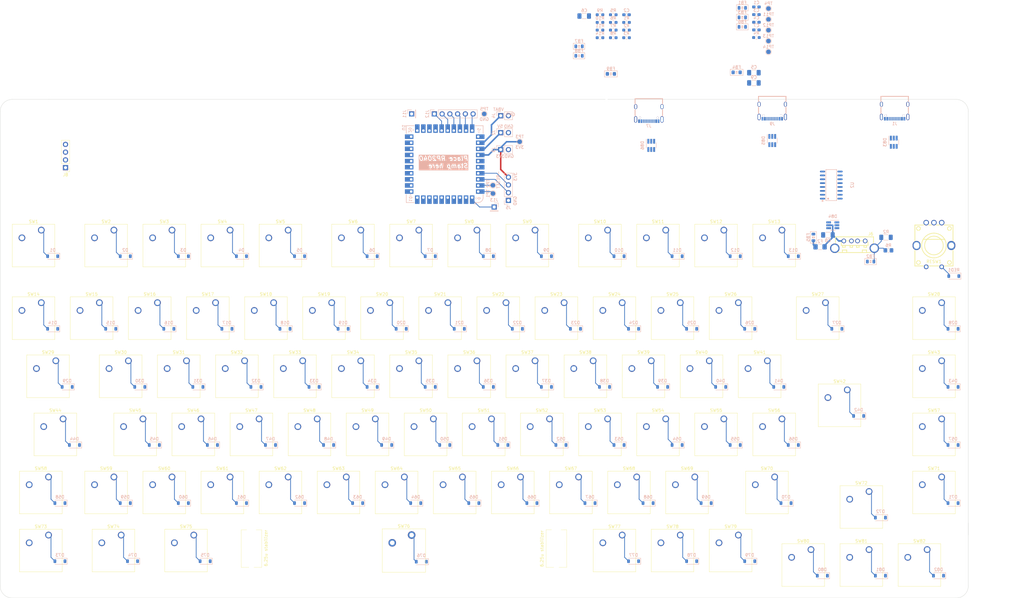
<source format=kicad_pcb>
(kicad_pcb (version 20221018) (generator pcbnew)
  (title_block (title "Quanta Keyboard PCB (RP2040 Stamp)") (date "2023-06-11") (rev "2") (company "0bsilab") (comment 1 "by Lucas Placentino") (comment 2 "Version with RP2040 Stamp microcontroller from Solder Party"))
  (layers (0 "F.Cu" signal) (31 "B.Cu" signal) (34 "B.Paste" user) (35 "F.Paste" user) (36 "B.SilkS" user "B.Silkscreen") (37 "F.SilkS" user "F.Silkscreen") (38 "B.Mask" user) (39 "F.Mask" user) (44 "Edge.Cuts" user))
  (net 0 "")
  (net 1 "Net-(U2-VDD33)")
  (net 2 "VBAT")
  (net 3 "Net-(U2-VDD18)")
  (net 4 "Net-(U2-VDD5)")
  (net 5 "Net-(D85-VP)")
  (net 6 "Net-(D86-VP)")
  (net 7 "Net-(D84-VP)")
  (net 8 "Column1")
  (net 9 "Column2")
  (net 10 "Column3")
  (net 11 "Column4")
  (net 12 "Column5")
  (net 13 "Column6")
  (net 14 "Column7")
  (net 15 "Column8")
  (net 16 "Column9")
  (net 17 "Column10")
  (net 18 "Column11")
  (net 19 "Column12")
  (net 20 "Column13")
  (net 21 "Column14")
  (net 22 "Column15")
  (net 23 "USB_UP_D-")
  (net 24 "USB_UP_D+")
  (net 25 "USB2_D-")
  (net 26 "USB2_D+")
  (net 27 "USB3_D+")
  (net 28 "USB3_D-")
  (net 29 "Net-(U2-DM)")
  (net 30 "Net-(U2-DP)")
  (net 31 "USB4_D-")
  (net 32 "USB4_D+")
  (net 33 "Net-(J6-D+)")
  (net 34 "Net-(F2-Pad2)")
  (net 35 "Net-(J1-CC1)")
  (net 36 "Net-(J1-CC2)")
  (net 37 "+3.3V")
  (net 38 "Net-(J5-Pin_2)")
  (net 39 "Net-(J5-Pin_3)")
  (net 40 "Net-(J9-CC1)")
  (net 41 "Net-(J9-CC2)")
  (net 42 "Net-(J12-Pin_1)")
  (net 43 "Net-(J12-Pin_2)")
  (net 44 "Net-(J12-Pin_3)")
  (net 45 "Net-(J12-Pin_4)")
  (net 46 "Net-(J12-Pin_5)")
  (net 47 "Net-(J12-Pin_6)")
  (net 48 "Net-(J13-Pin_1)")
  (net 49 "Row1")
  (net 50 "Row2")
  (net 51 "Row3")
  (net 52 "Row4")
  (net 53 "Row5")
  (net 54 "Row6")
  (net 55 "REA")
  (net 56 "REB")
  (net 57 "Net-(U1-BOOTSEL)")
  (net 58 "Net-(U1-~{RESET})")
  (net 59 "USB1_D-")
  (net 60 "USB1_D+")
  (net 61 "Net-(J6-D-)")
  (net 62 "Net-(D1-A)")
  (net 63 "Net-(D2-A)")
  (net 64 "Net-(D3-A)")
  (net 65 "Net-(D4-A)")
  (net 66 "Net-(D5-A)")
  (net 67 "Net-(D6-A)")
  (net 68 "Net-(D7-A)")
  (net 69 "Net-(D8-A)")
  (net 70 "Net-(D9-A)")
  (net 71 "Net-(D10-A)")
  (net 72 "Net-(D11-A)")
  (net 73 "Net-(D12-A)")
  (net 74 "Net-(D13-A)")
  (net 75 "Net-(D14-A)")
  (net 76 "Net-(D15-A)")
  (net 77 "Net-(D16-A)")
  (net 78 "Net-(D17-A)")
  (net 79 "Net-(D18-A)")
  (net 80 "Net-(D19-A)")
  (net 81 "Net-(D20-A)")
  (net 82 "Net-(D21-A)")
  (net 83 "Net-(D22-A)")
  (net 84 "Net-(D23-A)")
  (net 85 "Net-(D24-A)")
  (net 86 "Net-(D25-A)")
  (net 87 "Net-(D26-A)")
  (net 88 "Net-(D27-A)")
  (net 89 "Net-(D28-A)")
  (net 90 "Net-(D29-A)")
  (net 91 "Net-(D30-A)")
  (net 92 "Net-(D31-A)")
  (net 93 "Net-(D32-A)")
  (net 94 "Net-(D33-A)")
  (net 95 "Net-(D34-A)")
  (net 96 "Net-(D35-A)")
  (net 97 "Net-(D36-A)")
  (net 98 "Net-(D37-A)")
  (net 99 "Net-(D38-A)")
  (net 100 "Net-(D39-A)")
  (net 101 "Net-(D40-A)")
  (net 102 "Net-(D41-A)")
  (net 103 "Net-(D42-A)")
  (net 104 "Net-(D43-A)")
  (net 105 "Net-(D44-A)")
  (net 106 "Net-(D45-A)")
  (net 107 "Net-(D46-A)")
  (net 108 "Net-(D47-A)")
  (net 109 "Net-(D48-A)")
  (net 110 "Net-(D49-A)")
  (net 111 "Net-(D50-A)")
  (net 112 "Net-(D51-A)")
  (net 113 "Net-(D52-A)")
  (net 114 "Net-(D53-A)")
  (net 115 "Net-(D54-A)")
  (net 116 "Net-(D55-A)")
  (net 117 "Net-(D56-A)")
  (net 118 "Net-(D57-A)")
  (net 119 "Net-(D58-A)")
  (net 120 "Net-(D59-A)")
  (net 121 "Net-(D60-A)")
  (net 122 "Net-(D61-A)")
  (net 123 "Net-(D62-A)")
  (net 124 "Net-(D63-A)")
  (net 125 "Net-(D64-A)")
  (net 126 "Net-(D65-A)")
  (net 127 "Net-(D66-A)")
  (net 128 "Net-(D67-A)")
  (net 129 "Net-(D68-A)")
  (net 130 "Net-(D69-A)")
  (net 131 "Net-(D70-A)")
  (net 132 "Net-(D71-A)")
  (net 133 "Net-(D72-A)")
  (net 134 "Net-(D73-A)")
  (net 135 "Net-(D74-A)")
  (net 136 "Net-(D75-A)")
  (net 137 "Net-(D76-A)")
  (net 138 "Net-(D77-A)")
  (net 139 "Net-(D78-A)")
  (net 140 "Net-(D79-A)")
  (net 141 "Net-(D80-A)")
  (net 142 "Net-(D81-A)")
  (net 143 "Net-(D82-A)")
  (net 144 "Net-(RED1-A)")
  (net 145 "VBUS_UP")
  (net 146 "Net-(D85-L2-Pad3)")
  (net 147 "GND")
  (net 148 "+5V")
  (net 149 "Net-(D85-L1-Pad1)")
  (net 151 "Net-(J1-SHIELD)")
  (net 156 "Net-(J6-Shield)")
  (net 157 "Net-(J9-SHIELD)")
  (net 158 "Net-(D86-L1-Pad1)")
  (net 159 "Net-(D86-L2-Pad3)")
  (net 160 "Net-(J7-SHIELD)")
  (net 161 "Net-(J7-CC1)")
  (net 163 "Net-(J7-CC2)")
  (net 165 "I2C1-SCL")
  (net 166 "I2C1-SDA")
  (net 167 "Net-(R1-Pad1)")
  (net 168 "Net-(R2-Pad2)")
  (net 169 "Net-(R5-Pad2)")
  (net 170 "Net-(R11-Pad1)")
  (net 171 "Net-(R8-Pad2)")
  (net 172 "Net-(R10-Pad2)")
  (footprint "Button_Switch_Keyboard:SW_Cherry_MX_1.00u_PCB" (layer "F.Cu") (at 165.1 150.8125)
    (fp_text reference "SW34")
    (fp_text value "SW_Push")
  )
  (footprint "Button_Switch_Keyboard:SW_Cherry_MX_1.00u_PCB" (layer "F.Cu") (at 255.5875 188.9125)
    (fp_text reference "SW68")
    (fp_text value "SW_Push")
  )
  (footprint "Button_Switch_Keyboard:SW_Cherry_MX_1.00u_PCB" (layer "F.Cu") (at 350.8375 212.725)
    (fp_text reference "SW82")
    (fp_text value "SW_Push")
  )
  (footprint "Button_Switch_Keyboard:SW_Cherry_MX_1.00u_PCB" (layer "F.Cu") (at 355.6 150.8125)
    (fp_text reference "SW43")
    (fp_text value "SW_Push")
  )
  (footprint "Button_Switch_Keyboard:SW_Cherry_MX_1.00u_PCB" (layer "F.Cu") (at 250.825 131.7625)
    (fp_text reference "SW24")
    (fp_text value "SW_Push")
  )
  (footprint "Button_Switch_Keyboard:SW_Cherry_MX_1.00u_PCB" (layer "F.Cu") (at 131.7625 169.8625)
    (fp_text reference "SW47")
    (fp_text value "SW_Push")
  )
  (footprint "Button_Switch_Keyboard:SW_Cherry_MX_1.00u_PCB" (layer "F.Cu") (at 150.8125 169.8625)
    (fp_text reference "SW48")
    (fp_text value "SW_Push")
  )
  (footprint "Button_Switch_Keyboard:SW_Cherry_MX_1.00u_PCB" (layer "F.Cu") (at 141.2875 107.95)
    (fp_text reference "SW5")
    (fp_text value "SW_Push")
  )
  (footprint "Button_Switch_Keyboard:SW_Cherry_MX_2.00u_PCB" (layer "F.Cu") (at 317.5 131.7625)
    (fp_text reference "SW27")
    (fp_text value "SW_Push")
  )
  (footprint "Button_Switch_Keyboard:SW_Cherry_MX_1.00u_PCB" (layer "F.Cu") (at 265.1125 107.95)
    (fp_text reference "SW11")
    (fp_text value "SW_Push")
  )
  (footprint "Button_Switch_Keyboard:SW_Cherry_MX_1.00u_PCB" (layer "F.Cu") (at 84.1375 188.9125)
    (fp_text reference "SW59")
    (fp_text value "SW_Push")
  )
  (footprint "Button_Switch_Keyboard:SW_Cherry_MX_1.00u_PCB" (layer "F.Cu") (at 288.925 131.7625)
    (fp_text reference "SW26")
    (fp_text value "SW_Push")
  )
  (footprint "Button_Switch_Keyboard:SW_Cherry_MX_1.00u_PCB" (layer "F.Cu") (at 250.825 207.9625)
    (fp_text reference "SW77")
    (fp_text value "SW_Push")
  )
  (footprint "Button_Switch_Keyboard:SW_Cherry_MX_1.00u_PCB" (layer "F.Cu") (at 269.875 207.9625)
    (fp_text reference "SW78")
    (fp_text value "SW_Push")
  )
  (footprint "Button_Switch_Keyboard:SW_Cherry_MX_1.00u_PCB" (layer "F.Cu") (at 222.25 150.8125)
    (fp_text reference "SW37")
    (fp_text value "SW_Push")
  )
  (footprint "Connector_PinHeader_2.54mm:PinHeader_1x04_P2.54mm_Vertical" (layer "F.Cu") (at 68.2625 87.47125 180)
    (fp_text reference "J8")
    (fp_text value "Conn_01x04_Socket I2C display")
  )
  (footprint "Button_Switch_Keyboard:SW_Cherry_MX_1.00u_PCB" (layer "F.Cu") (at 174.625 131.7625)
    (fp_text reference "SW20")
    (fp_text value "SW_Push")
  )
  (footprint "Button_Switch_Keyboard:SW_Cherry_MX_1.00u_PCB" (layer "F.Cu") (at 165.1 107.95)
    (fp_text reference "SW6")
    (fp_text value "SW_Push")
  )
  (footprint "Button_Switch_Keyboard:SW_Cherry_MX_1.00u_PCB" (layer "F.Cu") (at 207.9625 169.8625)
    (fp_text reference "SW51")
    (fp_text value "SW_Push")
  )
  (footprint "PEC12R-4120F-S0012:SW-TH_PEC12R-4120F-S0012" (layer "F.Cu") (at 353.06 112.752324 180)
    (fp_text reference "RESW1")
    (fp_text value "RotaryEncoder_Switch")
  )
  (footprint "Button_Switch_Keyboard:SW_Cherry_MX_1.00u_PCB" (layer "F.Cu") (at 122.2375 107.95)
    (fp_text reference "SW4")
    (fp_text value "SW_Push")
  )
  (footprint "Button_Switch_Keyboard:SW_Cherry_MX_1.00u_PCB" (layer "F.Cu") (at 98.425 131.7625)
    (fp_text reference "SW16")
    (fp_text value "SW_Push")
  )
  (footprint "Button_Switch_Keyboard:SW_Cherry_MX_1.00u_PCB" (layer "F.Cu") (at 274.6375 188.9125)
    (fp_text reference "SW69")
    (fp_text value "SW_Push")
  )
  (footprint "Button_Switch_Keyboard:SW_Cherry_MX_1.00u_PCB" (layer "F.Cu") (at 203.2 150.8125)
    (fp_text reference "SW36")
    (fp_text value "SW_Push")
  )
  (footprint "Button_Switch_Keyboard:SW_Cherry_MX_1.00u_PCB" (layer "F.Cu") (at 231.775 131.7625)
    (fp_text reference "SW23")
    (fp_text value "SW_Push")
  )
  (footprint "PCM_Mounting_Keyboard_Stabilizer:Stabilizer_Cherry_MX_6.25u" (layer "F.Cu") (at 179.22875 213.0425 180)
    (fp_text reference "6.25u stabilizer")
    (fp_text value "Stabilizer_Cherry_MX_6.25u")
  )
  (footprint "Button_Switch_Keyboard:SW_Cherry_MX_1.00u_PCB" (layer "F.Cu") (at 184.15 150.8125)
    (fp_text reference "SW35")
    (fp_text value "SW_Push")
  )
  (footprint "Button_Switch_Keyboard:SW_Cherry_MX_1.00u_PCB" (layer "F.Cu") (at 222.25 107.95)
    (fp_text reference "SW9")
    (fp_text value "SW_Push")
  )
  (footprint "Button_Switch_Keyboard:SW_Cherry_MX_1.25u_PCB" (layer "F.Cu") (at 62.70625 207.9625)
    (fp_text reference "SW73")
    (fp_text value "SW_Push")
  )
  (footprint "Button_Switch_Keyboard:SW_Cherry_MX_1.75u_PCB" (layer "F.Cu") (at 67.46875 169.8625)
    (fp_text reference "SW44")
    (fp_text value "SW_Push")
  )
  (footprint "Button_Switch_Keyboard:SW_Cherry_MX_1.00u_PCB" (layer "F.Cu") (at 127 150.8125)
    (fp_text reference "SW32")
    (fp_text value "SW_Push")
  )
  (footprint "Button_Switch_Keyboard:SW_Cherry_MX_1.00u_PCB" (layer "F.Cu") (at 107.95 150.8125)
    (fp_text reference "SW31")
    (fp_text value "SW_Push")
  )
  (footprint "Button_Switch_Keyboard:SW_Cherry_MX_1.00u_PCB" (layer "F.Cu") (at 136.525 131.7625)
    (fp_text reference "SW18")
    (fp_text value "SW_Push")
  )
  (footprint "Button_Switch_Keyboard:SW_Cherry_MX_1.25u_PCB" (layer "F.Cu") (at 86.51875 207.9625)
    (fp_text reference "SW74")
    (fp_text value "SW_Push")
  )
  (footprint "Button_Switch_Keyboard:SW_Cherry_MX_1.00u_PCB" (layer "F.Cu") (at 355.6 169.8625)
    (fp_text reference "SW57")
    (fp_text value "SW_Push")
  )
  (footprint "Button_Switch_Keyboard:SW_Cherry_MX_1.00u_PCB" (layer "F.Cu") (at 103.1875 188.9125)
    (fp_text reference "SW60")
    (fp_text value "SW_Push")
  )
  (footprint "Button_Switch_Keyboard:SW_Cherry_MX_1.75u_PCB" (layer "F.Cu") (at 300.83125 188.9125)
    (fp_text reference "SW70")
    (fp_text value "SW_Push")
  )
  (footprint "Button_Switch_Keyboard:SW_Cherry_MX_1.00u_PCB" (layer "F.Cu") (at 269.875 131.7625)
    (fp_text reference "SW25")
    (fp_text value "SW_Push")
  )
  (footprint "Button_Switch_Keyboard:SW_Cherry_MX_1.00u_PCB" (layer "F.Cu") (at 155.575 131.7625)
    (fp_text reference "SW19")
    (fp_text value "SW_Push")
  )
  (footprint "Button_Switch_Keyboard:SW_Cherry_MX_1.00u_PCB" (layer "F.Cu") (at 355.6 188.9125)
    (fp_text reference "SW71")
    (fp_text value "SW_Push")
  )
  (footprint "Button_Switch_Keyboard:SW_Cherry_MX_1.00u_PCB" (layer "F.Cu") (at 288.925 207.9625)
    (fp_text reference "SW79")
    (fp_text value "SW_Push")
  )
  (footprint "Button_Switch_Keyboard:SW_Cherry_MX_1.00u_PCB" (layer "F.Cu") (at 355.6 131.7625)
    (fp_text reference "SW28")
    (fp_text value "SW_Push")
  )
  (footprint "Button_Switch_Keyboard:SW_Cherry_MX_1.00u_PCB" (layer "F.Cu") (at 60.325 131.7625)
    (fp_text reference "SW14")
    (fp_text value "SW_Push")
  )
  (footprint "Button_Switch_Keyboard:SW_Cherry_MX_1.00u_PCB" (layer "F.Cu") (at 331.7875 193.675)
    (fp_text reference "SW72")
    (fp_text value "SW_Push")
  )
  (footprint "Button_Switch_Keyboard:SW_Cherry_MX_1.00u_PCB" (layer "F.Cu") (at 241.3 150.8125)
    (fp_text reference "SW38")
    (fp_text value "SW_Push")
  )
  (footprint "Button_Switch_Keyboard:SW_Cherry_MX_ISOEnter_PCB" (layer "F.Cu") (at 324.64375 160.3375)
    (fp_text reference "SW42")
    (fp_text value "SW_Push")
  )
  (footprint "Button_Switch_Keyboard:SW_Cherry_MX_1.00u_PCB" (layer "F.Cu") (at 217.4875 188.9125)
    (fp_text reference "SW66")
    (fp_text value "SW_Push")
  )
  (footprint "Button_Switch_Keyboard:SW_Cherry_MX_1.00u_PCB" (layer "F.Cu") (at 260.35 150.8125)
    (fp_text reference "SW39")
    (fp_text value "SW_Push")
  )
  (footprint "Button_Switch_Keyboard:SW_Cherry_MX_1.00u_PCB" (layer "F.Cu") (at 84.1375 107.95)
    (fp_text reference "SW2")
    (fp_text value "SW_Push")
  )
  (footprint "Button_Switch_Keyboard:SW_Cherry_MX_1.00u_PCB" (layer "F.Cu") (at 193.675 131.7625)
    (fp_text reference "SW21")
    (fp_text value "SW_Push")
  )
  (footprint "Button_Switch_Keyboard:SW_Cherry_MX_1.00u_PCB" (layer "F.Cu") (at 236.5375 188.9125)
    (fp_text reference "SW67")
    (fp_text value "SW_Push")
  )
  (footprint "Button_Switch_Keyboard:SW_Cherry_MX_1.00u_PCB" (layer "F.Cu") (at 203.2 107.95)
    (fp_text reference "SW8")
    (fp_text value "SW_Push")
  )
  (footprint "Button_Switch_Keyboard:SW_Cherry_MX_1.00u_PCB" (layer "F.Cu") (at 141.2875 188.9125)
    (fp_text reference "SW62")
    (fp_text value "SW_Push")
  )
  (footprint "Button_Switch_Keyboard:SW_Cherry_MX_1.00u_PCB" (layer "F.Cu") (at 179.3875 188.9125)
    (fp_text reference "SW64")
    (fp_text value "SW_Push")
  )
  (footprint "Button_Switch_Keyboard:SW_Cherry_MX_1.00u_PCB" (layer "F.Cu") (at 246.0625 107.95)
    (fp_text reference "SW10")
    (fp_text value "SW_Push")
  )
  (footprint "Button_Switch_Keyboard:SW_Cherry_MX_1.00u_PCB" (layer "F.Cu") (at 265.1125 169.8625)
    (fp_text reference "SW54")
    (fp_text value "SW_Push")
  )
  (footprint "Button_Switch_Keyboard:SW_Cherry_MX_1.00u_PCB" (layer "F.Cu") (at 103.1875 107.95)
    (fp_text reference "SW3")
    (fp_text value "SW_Push")
  )
  (footprint "Button_Switch_Keyboard:SW_Cherry_MX_1.00u_PCB" (layer "F.Cu") (at 303.2125 107.95)
    (fp_text reference "SW13")
    (fp_text value "SW_Push")
  )
  (footprint "Button_Switch_Keyboard:SW_Cherry_MX_1.00u_PCB" (layer "F.Cu") (at 60.325 107.95)
    (fp_text reference "SW1")
    (fp_text value "SW_Push")
  )
  (footprint "Button_Switch_Keyboard:SW_Cherry_MX_1.00u_PCB" (layer "F.Cu") (at 303.2125 169.8625)
    (fp_text reference "SW56")
    (fp_text value "SW_Push")
  )
  (footprint "Button_Switch_Keyboard:SW_Cherry_MX_1.00u_PCB" (layer "F.Cu") (at 184.15 107.95)
    (fp_text reference "SW7")
    (fp_text value "SW_Push")
  )
  (footprint "Button_Switch_Keyboard:SW_Cherry_MX_1.00u_PCB" (layer "F.Cu") (at 246.0625 169.8625)
    (fp_text reference "SW53")
    (fp_text value "SW_Push")
  )
  (footprint "Button_Switch_Keyboard:SW_Cherry_MX_1.00u_PCB" (layer "F.Cu") (at 112.7125 169.8625)
    (fp_text reference "SW46")
    (fp_text value "SW_Push")
  )
  (footprint "Button_Switch_Keyboard:SW_Cherry_MX_1.00u_PCB" (layer "F.Cu") (at 146.05 150.8125)
    (fp_text reference "SW33")
    (fp_text value "SW_Push")
  )
  (footprint "Button_Switch_Keyboard:SW_Cherry_MX_1.00u_PCB" (layer "F.Cu") (at 284.1625 107.95)
    (fp_text reference "SW12")
    (fp_text value "SW_Push")
  )
  (footprint "Button_Switch_Keyboard:SW_Cherry_MX_1.00u_PCB" (layer "F.Cu") (at 160.3375 188.9125)
    (fp_text reference "SW63")
    (fp_text value "SW_Push")
  )
  (footprint "Button_Switch_Keyboard:SW_Cherry_MX_1.00u_PCB" (layer "F.Cu") (at 284.1625 169.8625)
    (fp_text reference "SW55")
    (fp_text value "SW_Push")
  )
  (footprint "Button_Switch_Keyboard:SW_Cherry_MX_1.00u_PCB" (layer "F.Cu") (at 169.8625 169.8625)
    (fp_text reference "SW49")
    (fp_text value "SW_Push")
  )
  (footprint "Button_Switch_Keyboard:SW_Cherry_MX_1.00u_PCB" (layer "F.Cu") (at 198.4375 188.9125)
    (fp_text reference "SW65")
    (fp_text value "SW_Push")
  )
  (footprint "Button_Switch_Keyboard:SW_Cherry_MX_1.00u_PCB" (layer "F.Cu") (at 79.375 131.7625)
    (fp_text reference "SW15")
    (fp_text value "SW_Push")
  )
  (footprint "Button_Switch_Keyboard:SW_Cherry_MX_1.00u_PCB" (layer "F.Cu") (at 93.6625 169.8625)
    (fp_text reference "SW45")
    (fp_text value "SW_Push")
  )
  (footprint "Button_Switch_Keyboard:SW_Cherry_MX_1.00u_PCB" (layer "F.Cu") (at 312.7375 212.725)
    (fp_text reference "SW80")
    (fp_text value "SW_Push")
  )
  (footprint "Button_Switch_Keyboard:SW_Cherry_MX_1.25u_PCB" (layer "F.Cu") (at 110.33125 207.9625)
    (fp_text reference "SW75")
    (fp_text value "SW_Push")
  )
  (footprint "Button_Switch_Keyboard:SW_Cherry_MX_1.25u_PCB" (layer "F.Cu") (at 62.70625 188.9125)
    (fp_text reference "SW58")
    (fp_text value "SW_Push")
  )
  (footprint "Button_Switch_Keyboard:SW_Cherry_MX_1.00u_PCB" (layer "F.Cu") (at 212.725 131.7625)
    (fp_text reference "SW22")
    (fp_text value "SW_Push")
  )
  (footprint "Button_Switch_Keyboard:SW_Cherry_MX_1.00u_PCB" (layer "F.Cu") (at 88.9 150.8125)
    (fp_text reference "SW30")
    (fp_text value "SW_Push")
  )
  (footprint "USB_A_vertical_KH-AF180ZJ-13.7:USB-A-TH_KH-AF180ZJ-13.7" (layer "F.Cu") (at 327.025 112.7125)
    (fp_text reference "J6")
    (fp_text value "USB_A_Receptacle_UBS2.0")
  )
  (footprint "Button_Switch_Keyboard:SW_Cherry_MX_1.00u_PCB" (layer "F.Cu") (at 331.7875 212.725)
    (fp_text reference "SW81")
    (fp_text value "SW_Push")
  )
  (footprint "PCM_Switch_Keyboard_Cherry_MX:SW_Cherry_MX_PCB_6.25u" (layer "F.Cu") (at 179.22875 213.0425)
    (fp_text reference "SW76")
    (fp_text value "SW_Push")
  )
  (footprint "Button_Switch_Keyboard:SW_Cherry_MX_1.00u_PCB" (layer "F.Cu") (at 188.9125 169.8625)
    (fp_text reference "SW50")
    (fp_text value "SW_Push")
  )
  (footprint "Button_Switch_Keyboard:SW_Cherry_MX_1.00u_PCB" (layer "F.Cu") (at 117.475 131.7625)
    (fp_text reference "SW17")
    (fp_text value "SW_Push")
  )
  (footprint "Button_Switch_Keyboard:SW_Cherry_MX_1.50u_PCB" (layer "F.Cu") (at 65.0875 150.8125)
    (fp_text reference "SW29")
    (fp_text value "SW_Push")
  )
  (footprint "Button_Switch_Keyboard:SW_Cherry_MX_1.00u_PCB" (layer "F.Cu") (at 298.45 150.8125)
    (fp_text reference "SW41")
    (fp_text value "SW_Push")
  )
  (footprint "Button_Switch_Keyboard:SW_Cherry_MX_1.00u_PCB" (layer "F.Cu") (at 279.4 150.8125)
    (fp_text reference "SW40")
    (fp_text value "SW_Push")
  )
  (footprint "Button_Switch_Keyboard:SW_Cherry_MX_1.00u_PCB" (layer "F.Cu") (at 227.0125 169.8625)
    (fp_text reference "SW52")
    (fp_text value "SW_Push")
  )
  (footprint "Button_Switch_Keyboard:SW_Cherry_MX_1.00u_PCB" (layer "F.Cu") (at 122.2375 188.9125)
    (fp_text reference "SW61")
    (fp_text value "SW_Push")
  )
  (footprint "Resistor_SMD:R_0805_2012Metric_Pad1.20x1.40mm_HandSolder" (layer "B.Cu") (at 338.1375 114.59151 180)
    (fp_text reference "R6")
    (fp_text value "1M")
  )
  (footprint "PCM_Ferrite_SMD_Handsoldering_AKL:Ferrite_0805_2012Metric" (layer "B.Cu") (at 290.212262 41.31625 180)
    (fp_text reference "FB6")
    (fp_text value "600R 500mA" hide)
  )
  (footprint "Capacitor_SMD:C_1206_3216Metric_Pad1.33x1.80mm_HandSolder" (layer "B.Cu") (at 238.367022 37.755 180)
    (fp_text reference "C6")
    (fp_text value "100uF")
  )
  (footprint "Diode_SMD:D_SOD-123" (layer "B.Cu") (at 187.875 116.51875 180)
    (fp_text reference "D7")
    (fp_text value "DIODE")
  )
  (footprint "Diode_SMD:D_SOD-123" (layer "B.Cu") (at 283.125 159.38125 180)
    (fp_text reference "D40")
    (fp_text value "DIODE")
  )
  (footprint "SL2.1a:SOP-16_L10.0-W3.9-P1.27-LS6.0-BL" (layer "B.Cu") (at 319.3925 93.18125 90)
    (fp_text reference "U2")
    (fp_text value "SL2.1A")
  )
  (footprint "Diode_SMD:D_SOD-123" (layer "B.Cu") (at 183.1125 197.48125 180)
    (fp_text reference "D64")
    (fp_text value "DIODE")
  )
  (footprint "Diode_SMD:D_SOD-123" (layer "B.Cu") (at 287.8875 178.43125 180)
    (fp_text reference "D55")
    (fp_text value "DIODE")
  )
  (footprint "Diode_SMD:D_SOD-123" (layer "B.Cu") (at 64.05 116.51875 180)
    (fp_text reference "D1")
    (fp_text value "DIODE")
  )
  (footprint "Diode_SMD:D_SOD-123" (layer "B.Cu") (at 197.4 140.33125 180)
    (fp_text reference "D21")
    (fp_text value "DIODE")
  )
  (footprint "Diode_SMD:D_SOD-123" (layer "B.Cu") (at 184.94375 216.69375 180)
    (fp_text reference "D76")
    (fp_text value "DIODE")
  )
  (footprint "Capacitor_SMD:C_1206_3216Metric_Pad1.33x1.80mm_HandSolder" (layer "B.Cu") (at 318.29375 109.5375)
    (fp_text reference "C8")
    (fp_text value "100uF")
  )
  (footprint "Diode_SMD:D_SOD-123" (layer "B.Cu") (at 106.9125 197.48125 180)
    (fp_text reference "D60")
    (fp_text value "DIODE")
  )
  (footprint "Diode_SMD:D_SOD-123" (layer "B.Cu") (at 359.325 140.33125 180)
    (fp_text reference "D28")
    (fp_text value "DIODE")
  )
  (footprint "Diode_SMD:D_SOD-123" (layer "B.Cu") (at 335.5125 202.24375 180)
    (fp_text reference "D72")
    (fp_text value "DIODE")
  )
  (footprint "Diode_SMD:D_SOD-123" (layer "B.Cu") (at 71.19375 178.43125 180)
    (fp_text reference "D44")
    (fp_text value "DIODE")
  )
  (footprint "Diode_SMD:D_SOD-123" (layer "B.Cu") (at 328.36875 168.90625 180)
    (fp_text reference "D42")
    (fp_text value "DIODE")
  )
  (footprint "Diode_SMD:D_SOD-123" (layer "B.Cu") (at 140.25 140.33125 180)
    (fp_text reference "D18")
    (fp_text value "DIODE")
  )
  (footprint "PCM_Ferrite_SMD_Handsoldering_AKL:Ferrite_0805_2012Metric" (layer "B.Cu") (at 236.672022 50.8 180)
    (fp_text reference "FB8")
    (fp_text value "600R" hide)
  )
  (footprint "Diode_SMD:D_SOD-123" (layer "B.Cu") (at 225.975 116.51875 180)
    (fp_text reference "D9")
    (fp_text value "DIODE")
  )
  (footprint "Diode_SMD:D_SOD-123" (layer "B.Cu") (at 206.925 159.38125 180)
    (fp_text reference "D36")
    (fp_text value "DIODE")
  )
  (footprint "Fuse:Fuse_1206_3216Metric_Pad1.42x1.75mm_HandSolder" (layer "B.Cu") (at 315.713525 113.437479 180)
    (fp_text reference "F2")
    (fp_text value "500mA")
  )
  (footprint "Diode_SMD:D_SOD-123" (layer "B.Cu") (at 90.24375 216.53125 180)
    (fp_text reference "D74")
    (fp_text value "DIODE")
  )
  (footprint "Diode_SMD:D_SOD-123" (layer "B.Cu") (at 83.1 140.33125 180)
    (fp_text reference "D15")
    (fp_text value "DIODE")
  )
  (footprint "Capacitor_SMD:C_0603_1608Metric_Pad1.08x0.95mm_HandSolder" (layer "B.Cu") (at 294.847262 42.30125 180)
    (fp_text reference "C7")
    (fp_text value "100nF")
  )
  (footprint "Capacitor_SMD:C_1206_3216Metric_Pad1.33x1.80mm_HandSolder" (layer "B.Cu") (at 294.017262 56.33125 180)
    (fp_text reference "C5")
    (fp_text value "100uF")
  )
  (footprint "Diode_SMD:D_SOD-123" (layer "B.Cu") (at 240.2625 197.48125 180)
    (fp_text reference "D67")
    (fp_text value "DIODE")
  )
  (footprint "Diode_SMD:D_SOD-123" (layer "B.Cu") (at 254.55 216.53125 180)
    (fp_text reference "D77")
    (fp_text value "DIODE")
  )
  (footprint "Diode_SMD:D_SOD-123" (layer "B.Cu") (at 66.43125 216.53125 180)
    (fp_text reference "D73")
    (fp_text value "DIODE")
  )
  (footprint "Diode_SMD:D_SOD-123" (layer "B.Cu") (at 121.2 140.33125 180)
    (fp_text reference "D17")
    (fp_text value "DIODE")
  )
  (footprint "Diode_SMD:D_SOD-123" (layer "B.Cu") (at 254.55 140.33125 180)
    (fp_text reference "D24")
    (fp_text value "DIODE")
  )
  (footprint "Diode_SMD:D_SOD-123" (layer "B.Cu") (at 273.6 216.53125 180)
    (fp_text reference "D78")
    (fp_text value "DIODE")
  )
  (footprint "PCM_Ferrite_SMD_Handsoldering_AKL:Ferrite_0805_2012Metric" (layer "B.Cu") (at 290.212262 38.19625 180)
    (fp_text reference "FB3")
    (fp_text value "600R" hide)
  )
  (footprint "Diode_SMD:D_SOD-123" (layer "B.Cu") (at 230.7375 178.43125 180)
    (fp_text reference "D52")
    (fp_text value "DIODE")
  )
  (footprint "Resistor_SMD:R_0603_1608Metric_Pad0.98x0.95mm_HandSolder" (layer "B.Cu") (at 247.897022 39.845 180)
    (fp_text reference "R6")
    (fp_text value "15k")
  )
  (footprint "Diode_SMD:D_SOD-123" (layer "B.Cu") (at 102.15 140.33125 180)
    (fp_text reference "D16")
    (fp_text value "DIODE")
  )
  (footprint "USB_C_socket_GT-USB-7010H:USB-C-SMD_G-SWITCH_GT-USB-7010EN" (layer "B.Cu") (at 259.55625 69.85)
    (fp_text reference "J7")
    (fp_text value "USB_C_Receptacle_USB2.0")
  )
  (footprint "Diode_SMD:D_SOD-123" (layer "B.Cu") (at 154.5375 178.43125 180)
    (fp_text reference "D48")
    (fp_text value "DIODE")
  )
  (footprint "TestPoint:TestPoint_Pad_D1.5mm" (layer "B.Cu") (at 217.211384 78.970794 180)
    (fp_text reference "TP3")
    (fp_text value "3V3")
  )
  (footprint "Diode_SMD:D_SOD-123" (layer "B.Cu") (at 259.3125 197.48125 180)
    (fp_text reference "D68")
    (fp_text value "DIODE")
  )
  (footprint "Resistor_SMD:R_0603_1608Metric_Pad0.98x0.95mm_HandSolder" (layer "B.Cu") (at 247.897022 44.865 180)
    (fp_text reference "R8")
    (fp_text value "43k")
  )
  (footprint "Connector_PinHeader_2.54mm:PinHeader_1x06_P2.54mm_Vertical" (layer "B.Cu") (at 189.23 69.85 -90)
    (fp_text reference "J12")
    (fp_text value "Conn_01x06_Socket GPIOs")
  )
  (footprint "Diode_SMD:D_SOD-123" (layer "B.Cu") (at 359.56875 123.03125 180)
    (fp_text reference "RED1")
    (fp_text value "DIODE")
  )
  (footprint "Connector_PinHeader_2.54mm:PinHeader_1x04_P2.54mm_Vertical" (layer "B.Cu") (at 213.51875 98.21875)
    (fp_text reference "J5")
    (fp_text value "Conn_01x04_Socket SWD")
  )
  (footprint "Diode_SMD:D_SOD-123" (layer "B.Cu") (at 304.55625 197.48125 180)
    (fp_text reference "D70")
    (fp_text value "DIODE")
  )
  (footprint "Diode_SMD:D_SOD-123" (layer "B.Cu") (at 135.4875 178.43125 180)
    (fp_text reference "D47")
    (fp_text value "DIODE")
  )
  (footprint "Diode_SMD:D_SOD-123" (layer "B.Cu") (at 130.725 159.38125 180)
    (fp_text reference "D32")
    (fp_text value "DIODE")
  )
  (footprint "Capacitor_SMD:C_0603_1608Metric_Pad1.08x0.95mm_HandSolder" (layer "B.Cu") (at 252.247022 37.335 180)
    (fp_text reference "C2")
    (fp_text value "10uF")
  )
  (footprint "PCM_Ferrite_SMD_Handsoldering_AKL:Ferrite_0805_2012Metric" (layer "B.Cu") (at 313.53125 110.33125 -90)
    (fp_text reference "FB5")
    (fp_text value "600R 500mA" hide)
  )
  (footprint "Diode_SMD:D_SOD-123" (layer "B.Cu") (at 164.0625 197.48125 180)
    (fp_text reference "D63")
    (fp_text value "DIODE")
  )
  (footprint "Resistor_SMD:R_0603_1608Metric_Pad0.98x0.95mm_HandSolder" (layer "B.Cu") (at 243.547022 44.865 180)
    (fp_text reference "R14")
    (fp_text value "15k")
  )
  (footprint "Diode_SMD:D_SOD-123" (layer "B.Cu") (at 66.43125 197.48125 180)
    (fp_text reference "D58")
    (fp_text value "DIODE")
  )
  (footprint "Diode_SMD:D_SOD-123" (layer "B.Cu") (at 178.35 140.33125 180)
    (fp_text reference "D20")
    (fp_text value "DIODE")
  )
  (footprint "Diode_SMD:D_SOD-123" (layer "B.Cu") (at 306.9375 178.43125 180)
    (fp_text reference "D56")
    (fp_text value "DIODE")
  )
  (footprint "Diode_SMD:D_SOD-123" (layer "B.Cu") (at 278.3625 197.48125 180)
    (fp_text reference "D69")
    (fp_text value "DIODE")
  )
  (footprint "Diode_SMD:D_SOD-123" (layer "B.Cu") (at 235.5 140.33125 180)
    (fp_text reference "D23")
    (fp_text value "DIODE")
  )
  (footprint "Resistor_SMD:R_1206_3216Metric_Pad1.30x1.75mm_HandSolder" (layer "B.Cu") (at 337.34375 110.33125 180)
    (fp_text reference "R2")
    (fp_text value "0R")
  )
  (footprint "Diode_SMD:D_SOD-123" (layer "B.Cu") (at 106.9125 116.51875 180)
    (fp_text reference "D3")
    (fp_text value "DIODE")
  )
  (footprint "PCM_Ferrite_SMD_Handsoldering_AKL:Ferrite_0805_2012Metric_Pad1.05x1.20mm_BigPads" (layer "B.Cu") (at 247.112022 56.73 180)
    (fp_text reference "FB9")
    (fp_text value "100R 800mA" hide)
  )
  (footprint "Diode_SMD:D_SOD-123" (layer "B.Cu") (at 111.675 159.38125 180)
    (fp_text reference "D31")
    (fp_text value "DIODE")
  )
  (footprint "Connector_PinHeader_2.54mm:PinHeader_1x01_P2.54mm_Vertical" (layer "B.Cu") (at 181.76875 69.85 -90)
    (fp_text reference "J11")
    (fp_text value "Conn_01x01_Socket GND")
  )
  (footprint "Resistor_SMD:R_0603_1608Metric_Pad0.98x0.95mm_HandSolder" (layer "B.Cu") (at 247.897022 42.355 180)
    (fp_text reference "R7")
    (fp_text value "43k")
  )
  (footprint "Diode_SMD:D_SOD-123" (layer "B.Cu") (at 359.325 178.43125 180)
    (fp_text reference "D57")
    (fp_text value "DIODE")
  )
  (footprint "Resistor_SMD:R_0603_1608Metric_Pad0.98x0.95mm_HandSolder" (layer "B.Cu") (at 247.897022 37.335 180)
    (fp_text reference "R5")
    (fp_text value "43k")
  )
  (footprint "Diode_SMD:D_SOD-123" (layer "B.Cu") (at 206.925 116.51875 180)
    (fp_text reference "D8")
    (fp_text value "DIODE")
  )
  (footprint "Connector_PinHeader_2.54mm:PinHeader_1x02_P2.54mm_Vertical" (layer "B.Cu") (at 210.97875 81.55 -90)
    (fp_text reference "J3")
    (fp_text value "Conn_01x02_Socket 3V3")
  )
  (footprint "Diode_SMD:D_SOD-123" (layer "B.Cu") (at 359.325 159.38125 180)
    (fp_text reference "D43")
    (fp_text value "DIODE")
  )
  (footprint "Diode_SMD:D_SOD-123" (layer "B.Cu") (at 145.0125 116.51875 180)
    (fp_text reference "D5")
    (fp_text value "DIODE")
  )
  (footprint "Resistor_SMD:R_0603_1608Metric_Pad0.98x0.95mm_HandSolder" (layer "B.Cu") (at 243.547022 37.335 180)
    (fp_text reference "R9")
    (fp_text value "15k")
  )
  (footprint "PCM_Ferrite_SMD_Handsoldering_AKL:Ferrite_0805_2012Metric" (layer "B.Cu") (at 290.212262 35.07625 180)
    (fp_text reference "FB1")
    (fp_text value "600R" hide)
  )
  (footprint "USB_C_socket_GT-USB-7010H:USB-C-SMD_G-SWITCH_GT-USB-7010EN" (layer "B.Cu") (at 300.0375 69.05625)
    (fp_text reference "J9")
    (fp_text value "USB_C_Receptacle_USB2.0")
  )
  (footprint "Resistor_SMD:R_0603_1608Metric_Pad0.98x0.95mm_HandSolder" (layer "B.Cu") (at 243.547022 42.355 180)
    (fp_text reference "R11")
    (fp_text value "15k")
  )
  (footprint "Diode_SMD:D_SOD-123" (layer "B.Cu") (at 249.7875 178.43125 180)
    (fp_text reference "D53")
    (fp_text value "DIODE")
  )
  (footprint "Diode_SMD:D_SOD-123" (layer "B.Cu") (at 268.8375 116.51875 180)
    (fp_text reference "D11")
    (fp_text value "DIODE")
  )
  (footprint "Connector_PinHeader_2.54mm:PinHeader_1x01_P2.54mm_Vertical" (layer "B.Cu") (at 208.841851 100.383418 180)
    (fp_text reference "J13")
    (fp_text value "Conn_01x01_Socket GPIO0")
  )
  (footprint "Diode_SMD:D_SOD-123" (layer "B.Cu") (at 321.225 140.33125 180)
    (fp_text reference "D27")
    (fp_text value "DIODE")
  )
  (footprint "PCM_Ferrite_SMD_Handsoldering_AKL:Ferrite_0805_2012Metric" (layer "B.Cu") (at 236.672022 47.68 180)
    (fp_text reference "FB7")
    (fp_text value "600R 500mA" hide)
  )
  (footprint "Capacitor_SMD:C_0603_1608Metric_Pad1.08x0.95mm_HandSolder" (layer "B.Cu") (at 294.847262 37.28125 180)
    (fp_text reference "C3")
    (fp_text value "100nF")
  )
  (footprint "USB_C_socket_GT-USB-7010H:USB-C-SMD_G-SWITCH_GT-USB-7010EN" (layer "B.Cu") (at 340.1675 69.055)
    (fp_text reference "J1")
    (fp_text value "USB_C_Receptacle_USB2.0")
  )
  (footprint "Diode_SMD:D_SOD-123" (layer "B.Cu") (at 211.6875 178.43125 180)
    (fp_text reference "D51")
    (fp_text value "DIODE")
  )
  (footprint "Diode_SMD:D_SOD-123" (layer "B.Cu") (at 359.325 197.48125 180)
    (fp_text reference "D71")
    (fp_text value "DIODE")
  )
  (footprint "Resistor_SMD:R_0603_1608Metric_Pad0.98x0.95mm_HandSolder" (layer "B.Cu") (at 252.247022 39.845 180)
    (fp_text reference "R1")
    (fp_text value "120R")
  )
  (footprint "Diode_SMD:D_SOD-123" (layer "B.Cu") (at 245.025 159.38125 180)
    (fp_text reference "D38")
    (fp_text value "DIODE")
  )
  (footprint "Resistor_SMD:R_0603_1608Metric_Pad0.98x0.95mm_HandSolder" (layer "B.Cu") (at 252.247022 42.355 180)
    (fp_text reference "R2")
    (fp_text value "4k99")
  )
  (footprint "Package_TO_SOT_SMD:SOT-23-6_Handsoldering" (layer "B.Cu") (at 339.88125 79.1375 -90)
    (fp_text reference "D83")
    (fp_text value "USBLC6-2SC6")
  )
  (footprint "Capacitor_SMD:C_0603_1608Metric_Pad1.08x0.95mm_HandSolder" (layer "B.Cu") (at 294.847262 34.77125 180)
    (fp_text reference "C1")
    (fp_text value "10uF")
  )
  (footprint "TestPoint:TestPoint_Pad_D1.5mm" (layer "B.Cu") (at 298.797262 42.39125 180)
    (fp_text reference "TP12")
    (fp_text value "VDD18")
  )
  (footprint "Diode_SMD:D_SOD-123" (layer "B.Cu") (at 114.05625 216.53125 180)
    (fp_text reference "D75")
    (fp_text value "DIODE")
  )
  (footprint "Package_TO_SOT_SMD:SOT-23-6_Handsoldering" (layer "B.Cu") (at 319.88125 106.3625 180)
    (fp_text reference "D84")
    (fp_text value "USBLC6-2SC6")
  )
  (footprint "Diode_SMD:D_SOD-123" (layer "B.Cu") (at 168.825 116.51875 180)
    (fp_text reference "D6")
    (fp_text value "DIODE")
  )
  (footprint "Diode_SMD:D_SOD-123" (layer "B.Cu") (at 159.3 140.33125 180)
    (fp_text reference "D19")
    (fp_text value "DIODE")
  )
  (footprint "Diode_SMD:D_SOD-123" (layer "B.Cu") (at 168.825 159.38125 180)
    (fp_text reference "D34")
    (fp_text value "DIODE")
  )
  (footprint "Diode_SMD:D_SOD-123" (layer "B.Cu") (at 87.8625 116.51875 180)
    (fp_text reference "D2")
    (fp_text value "DIODE")
  )
  (footprint "PCM_Ferrite_SMD_Handsoldering_AKL:Ferrite_0805_2012Metric_Pad1.05x1.20mm_BigPads" (layer "B.Cu") (at 288.352262 56.21625 180)
    (fp_text reference "FB4")
    (fp_text value "100R 800mA" hide)
  )
  (footprint "Diode_SMD:D_SOD-123" (layer "B.Cu") (at 187.875 159.38125 180)
    (fp_text reference "D35")
    (fp_text value "DIODE")
  )
  (footprint "Diode_SMD:D_SOD-123" (layer "B.Cu") (at 97.3875 178.43125 180)
    (fp_text reference "D45")
    (fp_text value "DIODE")
  )
  (footprint "Diode_SMD:D_SOD-123" (layer "B.Cu") (at 225.975 159.38125 180)
    (fp_text reference "D37")
    (fp_text value "DIODE")
  )
  (footprint "Package_TO_SOT_SMD:SOT-23-6_Handsoldering" (layer "B.Cu") (at 260.35 80.16875 -90)
    (fp_text reference "D86")
    (fp_text value "USBLC6-2SC6")
  )
  (footprint "Resistor_SMD:R_0603_1608Metric_Pad0.98x0.95mm_HandSolder" (layer "B.Cu") (at 252.247022 44.865 180)
    (fp_text reference "R3")
    (fp_text value "120R")
  )
  (footprint "Diode_SMD:D_SOD-123" (layer "B.Cu") (at 221.2125 197.48125 180)
    (fp_text reference "D66")
    (fp_text value "DIODE")
  )
  (footprint "TestPoint:TestPoint_Pad_D1.5mm" (layer "B.Cu") (at 298.797262 45.94125 180)
    (fp_text reference "TP13")
    (fp_text value "VBUS_UP")
  )
  (footprint "Diode_SMD:D_SOD-123" (layer "B.Cu") (at 92.625 159.38125 180)
    (fp_text reference "D30")
    (fp_text value "DIODE")
  )
  (footprint "Diode_SMD:D_SOD-123" (layer "B.Cu") (at 216.45 140.33125 180)
    (fp_text reference "D22")
    (fp_text value "DIODE")
  )
  (footprint "Diode_SMD:D_SOD-123" (layer "B.Cu") (at 249.7875 116.51875 180)
    (fp_text reference "D10")
    (fp_text value "DIODE")
  )
  (footprint "PCM_Ferrite_SMD_Handsoldering_AKL:Ferrite_0805_2012Metric" (layer "B.Cu") (at 332.295154 118.26875 180)
    (fp_text reference "FB2")
    (fp_text value "600R" hide)
  )
  (footprint "TestPoint:TestPoint_Pad_D1.5mm" (layer "B.Cu") (at 205.58125 69.85 180)
    (fp_text reference "TP5")
    (fp_text value "GND")
  )
  (footprint "Diode_SMD:D_SOD-123" (layer "B.Cu") (at 306.9375 116.51875 180)
    (fp_text reference "D13")
    (fp_text value "DIODE")
  )
  (footprint "Package_TO_SOT_SMD:SOT-23-6_Handsoldering" (layer "B.Cu") (at 300.0375 78.58125 -90)
    (fp_text reference "D85")
    (fp_text value "USBLC6-2SC6")
  )
  (footprint "Diode_SMD:D_SOD-123" (layer "B.Cu") (at 173.5875 178.43125 180)
    (fp_text reference "D49")
    (fp_text value "DIODE")
  )
  (footprint "Diode_SMD:D_SOD-123" (layer "B.Cu") (at 192.6375 178.43125 180)
    (fp_text reference "D50")
    (fp_text value "DIODE")
  )
  (footprint "Connector_PinHeader_2.54mm:PinHeader_1x02_P2.54mm_Vertical" (layer "B.Cu") (at 210.97875 75.99375 -90)
    (fp_text reference "J2")
    (fp_text value "Conn_01x02_Socket VBUS 5V")
  )
  (footprint "TestPoint:TestPoint_Pad_D1.5mm" (layer "B.Cu") (at 298.797262 49.49125 180)
    (fp_text reference "TP14")
    (fp_text value "GND")
  )
  (footprint "Diode_SMD:D_SOD-123" (layer "B.Cu") (at 292.65 216.53125 180)
    (fp_text reference "D79")
    (fp_text value "DIODE")
  )
  (footprint "Diode_SMD:D_SOD-123" (layer "B.Cu") (at 116.4375 178.43125 180)
    (fp_text reference "D46")
    (fp_text value "DIODE")
  )
  (footprint "Diode_SMD:D_SOD-123" (layer "B.Cu") (at 125.9625 197.48125 180)
    (fp_text reference "D61")
    (fp_text value "DIODE")
  )
  (footprint "Diode_SMD:D_SOD-123" (layer "B.Cu") (at 64.05 140.33125 180)
    (fp_text reference "D14")
    (fp_text value "DIODE")
  )
  (footprint "TestPoint:TestPoint_Pad_D1.5mm" (layer "B.Cu") (at 208.457869 95.954673 -90)
    (fp_text reference "TP1")
    (fp_text value "BOOTSEL")
  )
  (footprint "Diode_SMD:D_SOD-123" (layer "B.Cu") (at 354.5625 221.29375 180)
    (fp_text reference "D82")
    (fp_text value "DIODE")
  )
  (footprint "Diode_SMD:D_SOD-123" (layer "B.Cu") (at 287.8875 116.51875 180)
    (fp_text reference "D12")
    (fp_text value "DIODE")
  )
  (footprint "Diode_SMD:D_SOD-123" (layer "B.Cu") (at 68.8125 159.38125 180)
    (fp_text reference "D29")
    (fp_text value "DIODE")
  )
  (footprint "Capacitor_SMD:C_0603_1608Metric_Pad1.08x0.95mm_HandSolder" (layer "B.Cu") (at 294.847262 39.79125 180)
    (fp_text reference "C4")
    (fp_text value "10uF")
  )
  (footprint "TestPoint:TestPoint_Pad_D1.5mm" (layer "B.Cu") (at 298.797262 38.84125 180)
    (fp_text reference "TP11")
    (fp_text value "VDD3")
  )
  (footprint "Diode_SMD:D_SOD-123" (layer "B.Cu") (at 316.4625 221.29375 180)
    (fp_text reference "D80")
    (fp_text value "DIODE")
  )
  (footprint "TestPoint:TestPoint_Pad_D1.5mm" (layer "B.Cu") (at 298.797262 35.29125 180)
    (fp_text reference "TP4")
    (fp_text value "5VUSB")
  )
  (footprint "RP2040 Stamp:RP2040_Stamp_THT" (layer "B.Cu") (at 192.6125 86.3125 90)
    (fp_text reference "U1")
    (fp_text value "RP2040_Stamp")
  )
  (footprint "Connector_PinHeader_2.54mm:PinHeader_1x02_P2.54mm_Vertical" (layer "B.Cu") (at 210.97875 70.4375 -90)
    (fp_text reference "J4")
    (fp_text value "Conn_01x02_Socket VBAT")
  )
  (footprint "Resistor_SMD:R_0603_1608Metric_Pad0.98x0.95mm_HandSolder" (layer "B.Cu") (at 243.547022 39.845 180)
    (fp_text reference "R10")
    (fp_text value "43k")
  )
  (footprint "Diode_SMD:D_SOD-123" (layer "B.Cu") (at 87.8625 197.48125 180)
    (fp_text reference "D59")
    (fp_text value "DIODE")
  )
  (footprint "Diode_SMD:D_SOD-123" (layer "B.Cu") (at 335.5125 221.29375 180)
    (fp_text reference "D81")
    (fp_text value "DIODE")
  )
  (footprint "Capacitor_SMD:C_1206_3216Metric_Pad1.33x1.80mm_HandSolder" (layer "B.Cu") (at 294.017262 59.68125 180)
    (fp_text reference "C9")
    (fp_text value "100uF")
  )
  (footprint "Diode_SMD:D_SOD-123" (layer "B.Cu") (at 125.9625 116.51875 180)
    (fp_text reference "D4")
    (fp_text value "DIODE")
  )
  (footprint "Diode_SMD:D_SOD-123" (layer "B.Cu") (at 264.075 159.38125 180)
    (fp_text reference "D39")
    (fp_text value "DIODE")
  )
  (footprint "Diode_SMD:D_SOD-123" (layer "B.Cu") (at 273.6 140.33125 180)
    (fp_text reference "D25")
    (fp_text value "DIODE")
  )
  (footprint "Diode_SMD:D_SOD-123" (layer "B.Cu") (at 292.65 140.33125 180)
    (fp_text reference "D26")
    (fp_text value "DIODE")
  )
  (footprint "Diode_SMD:D_SOD-123" (layer "B.Cu") (at 145.0125 197.48125 180)
    (fp_text reference "D62")
    (fp_text value "DIODE")
  )
  (footprint "Diode_SMD:D_SOD-123" (layer "B.Cu") (at 268.8375 178.43125 180)
    (fp_text reference "D54")
    (fp_text value "DIODE")
  )
  (footprint "Diode_SMD:D_SOD-123" (layer "B.Cu") (at 149.775 159.38125 180)
    (fp_text reference "D33")
    (fp_text value "DIODE")
  )
  (footprint "Resistor_SMD:R_0603_1608Metric_Pad0.98x0.95mm_HandSolder" (layer "B.Cu") (at 294.847262 44.81125 180)
    (fp_text reference "R4")
    (fp_text value "4k99")
  )
  (footprint "Diode_SMD:D_SOD-123" (layer "B.Cu") (at 302.175 159.38125 180)
    (fp_text reference "D41")
    (fp_text value "DIODE")
  )
  (footprint "TestPoint:TestPoint_Pad_D1.5mm" (layer "B.Cu") (at 208.44026 93.255192 -90)
    (fp_text reference "TP2")
    (fp_text value "-RESET")
  )
  (footprint "Diode_SMD:D_SOD-123" (layer "B.Cu") (at 202.1625 197.48125 180)
    (fp_text reference "D65")
    (fp_text value "DIODE")
  )
  (gr_arc (start 46.83125 69.05625) (mid 47.99367 66.24992) (end 50.8 65.0875) (stroke (width 0.1)) (layer "Edge.Cuts"))
  (gr_line (start 360.3625 65.0875) (end 246.0625 65.0875) (stroke (width 0.1)) (layer "Edge.Cuts"))
  (gr_line (start 62.70625 65.0875) (end 50.8 65.0875) (stroke (width 0.1)) (layer "Edge.Cuts"))
  (gr_arc (start 50.8 228.6) (mid 47.99367 227.43758) (end 46.83125 224.63125) (stroke (width 0.1)) (layer "Edge.Cuts"))
  (gr_line (start 364.33125 207.9625) (end 364.33125 69.05625) (stroke (width 0.1)) (layer "Edge.Cuts"))
  (gr_arc (start 360.3625 65.0875) (mid 363.16883 66.24992) (end 364.33125 69.05625) (stroke (width 0.1)) (layer "Edge.Cuts"))
  (gr_line (start 46.83125 92.075) (end 46.83125 69.05625) (stroke (width 0.1)) (layer "Edge.Cuts"))
  (gr_line (start 364.33125 203.99375) (end 364.33125 224.63125) (stroke (width 0.1)) (layer "Edge.Cuts"))
  (gr_arc (start 364.33125 224.63125) (mid 363.16883 227.43758) (end 360.3625 228.6) (stroke (width 0.1)) (layer "Edge.Cuts"))
  (gr_line (start 245.26875 65.0875) (end 62.70625 65.0875) (stroke (width 0.1)) (layer "Edge.Cuts"))
  (gr_line (start 46.83125 224.63125) (end 46.83125 92.075) (stroke (width 0.1)) (layer "Edge.Cuts"))
  (gr_line (start 360.3625 228.6) (end 50.8 228.6) (stroke (width 0.1)) (layer "Edge.Cuts"))
  (gr_text "Place RP2040\nStamp here" (at 200.527162 85.662806) (layer "B.SilkS" knockout) (effects (font (size 1.5 1.5) (thickness 0.3) italic) (justify left mirror)))
  (segment (start 207.9625 76.6625) (end 207.9625 73.45375) (width 0.5) (layer "B.Cu") (net 2))
  (segment (start 204.2625 79.3125) (end 205.3125 79.3125) (width 0.5) (layer "B.Cu") (net 2))
  (segment (start 207.9625 73.45375) (end 210.97875 70.4375) (width 0.5) (layer "B.Cu") (net 2))
  (segment (start 205.3125 79.3125) (end 207.9625 76.6625) (width 0.5) (layer "B.Cu") (net 2))
  (segment (start 317.201025 112.998975) (end 319.85625 110.34375) (width 0.5) (layer "B.Cu") (net 7))
  (segment (start 319.856877 107.925627) (end 319.88125 107.95) (width 0.5) (layer "B.Cu") (net 7))
  (segment (start 317.201025 113.437479) (end 317.201025 112.998975) (width 0.5) (layer "B.Cu") (net 7))
  (segment (start 319.85625 110.34375) (end 319.85625 109.5375) (width 0.5) (layer "B.Cu") (net 7))
  (segment (start 318.53125 106.3625) (end 319.81125 106.3625) (width 0.5) (layer "B.Cu") (net 7))
  (segment (start 319.85625 107.975) (end 319.85625 109.5375) (width 0.5) (layer "B.Cu") (net 7))
  (segment (start 319.88125 107.95) (end 319.85625 107.975) (width 0.5) (layer "B.Cu") (net 7))
  (segment (start 319.856877 106.408127) (end 319.856877 107.925627) (width 0.5) (layer "B.Cu") (net 7))
  (segment (start 323.505 111.5125) (end 321.83125 111.5125) (width 0.5) (layer "B.Cu") (net 7))
  (segment (start 321.83125 111.5125) (end 319.85625 109.5375) (width 0.5) (layer "B.Cu") (net 7))
  (segment (start 319.81125 106.3625) (end 319.856877 106.408127) (width 0.5) (layer "B.Cu") (net 7))
  (segment (start 313.53125 111.39375) (end 313.53125 112.742704) (width 0.5) (layer "B.Cu") (net 34))
  (segment (start 313.53125 112.742704) (end 314.226025 113.437479) (width 0.5) (layer "B.Cu") (net 34))
  (segment (start 213.51875 90.59875) (end 210.97875 88.05875) (width 0.5) (layer "F.Cu") (net 37))
  (segment (start 210.97875 88.05875) (end 210.97875 81.55) (width 0.5) (layer "F.Cu") (net 37))
  (segment (start 217.211384 78.970794) (end 212.922956 78.970794) (width 0.5) (layer "B.Cu") (net 37))
  (segment (start 212.922956 78.970794) (end 210.97875 80.915) (width 0.5) (layer "B.Cu") (net 37))
  (segment (start 210.97875 80.915) (end 210.97875 81.55) (width 0.5) (layer "B.Cu") (net 37))
  (segment (start 206.99375 83.3125) (end 208.75625 81.55) (width 0.5) (layer "B.Cu") (net 37))
  (segment (start 204.2625 83.3125) (end 206.99375 83.3125) (width 0.5) (layer "B.Cu") (net 37))
  (segment (start 208.75625 81.55) (end 210.97875 81.55) (width 0.5) (layer "B.Cu") (net 37))
  (segment (start 213.51875 95.67875) (end 209.1525 91.3125) (width 0.25) (layer "B.Cu") (net 38))
  (segment (start 209.1525 91.3125) (end 204.2625 91.3125) (width 0.25) (layer "B.Cu") (net 38))
  (segment (start 213.51875 93.13875) (end 209.6925 89.3125) (width 0.25) (layer "B.Cu") (net 39))
  (segment (start 209.6925 89.3125) (end 204.2625 89.3125) (width 0.25) (layer "B.Cu") (net 39))
  (segment (start 189.23 69.85) (end 191.6125 72.2325) (width 0.25) (layer "B.Cu") (net 42))
  (segment (start 191.6125 72.2325) (end 191.6125 74.6625) (width 0.25) (layer "B.Cu") (net 42))
  (segment (start 191.77 69.85) (end 193.6125 71.6925) (width 0.25) (layer "B.Cu") (net 43))
  (segment (start 193.6125 71.6925) (end 193.6125 74.6625) (width 0.25) (layer "B.Cu") (net 43))
  (segment (start 195.6125 71.1525) (end 195.6125 74.6625) (width 0.25) (layer "B.Cu") (net 44))
  (segment (start 194.31 69.85) (end 195.6125 71.1525) (width 0.25) (layer "B.Cu") (net 44))
  (segment (start 197.6125 70.6125) (end 196.85 69.85) (width 0.25) (layer "B.Cu") (net 45))
  (segment (start 197.6125 74.6625) (end 197.6125 70.6125) (width 0.25) (layer "B.Cu") (net 45))
  (segment (start 199.39 74.44) (end 199.6125 74.6625) (width 0.25) (layer "B.Cu") (net 46))
  (segment (start 199.39 69.85) (end 199.39 74.44) (width 0.25) (layer "B.Cu") (net 46))
  (segment (start 201.6125 70.1675) (end 201.93 69.85) (width 0.25) (layer "B.Cu") (net 47))
  (segment (start 201.6125 74.6625) (end 201.6125 70.1675) (width 0.25) (layer "B.Cu") (net 47))
  (segment (start 208.841851 100.383418) (end 204.033418 100.383418) (width 0.25) (layer "B.Cu") (net 48))
  (segment (start 204.033418 100.383418) (end 201.6125 97.9625) (width 0.25) (layer "B.Cu") (net 48))
  (segment (start 208.457869 95.954673) (end 207.815696 95.3125) (width 0.25) (layer "B.Cu") (net 57))
  (segment (start 207.815696 95.3125) (end 204.2625 95.3125) (width 0.25) (layer "B.Cu") (net 57))
  (segment (start 204.319808 93.255192) (end 204.2625 93.3125) (width 0.25) (layer "B.Cu") (net 58))
  (segment (start 208.44026 93.255192) (end 204.319808 93.255192) (width 0.25) (layer "B.Cu") (net 58))
  (segment (start 61.11875 108.74375) (end 61.11875 115.2375) (width 0.25) (layer "B.Cu") (net 62))
  (segment (start 60.325 107.95) (end 61.11875 108.74375) (width 0.25) (layer "B.Cu") (net 62))
  (segment (start 61.11875 115.2375) (end 62.4 116.51875) (width 0.25) (layer "B.Cu") (net 62))
  (segment (start 84.1375 107.95) (end 84.93125 108.74375) (width 0.25) (layer "B.Cu") (net 63))
  (segment (start 84.93125 115.2375) (end 86.2125 116.51875) (width 0.25) (layer "B.Cu") (net 63))
  (segment (start 84.93125 108.74375) (end 84.93125 115.2375) (width 0.25) (layer "B.Cu") (net 63))
  (segment (start 103.1875 107.95) (end 103.98125 108.74375) (width 0.25) (layer "B.Cu") (net 64))
  (segment (start 103.98125 108.74375) (end 103.98125 115.2375) (width 0.25) (layer "B.Cu") (net 64))
  (segment (start 103.98125 115.2375) (end 105.2625 116.51875) (width 0.25) (layer "B.Cu") (net 64))
  (segment (start 123.03125 115.2375) (end 124.3125 116.51875) (width 0.25) (layer "B.Cu") (net 65))
  (segment (start 122.2375 107.95) (end 123.03125 108.74375) (width 0.25) (layer "B.Cu") (net 65))
  (segment (start 123.03125 108.74375) (end 123.03125 115.2375) (width 0.25) (layer "B.Cu") (net 65))
  (segment (start 141.2875 107.95) (end 142.08125 108.74375) (width 0.25) (layer "B.Cu") (net 66))
  (segment (start 142.08125 108.74375) (end 142.08125 115.2375) (width 0.25) (layer "B.Cu") (net 66))
  (segment (start 142.08125 115.2375) (end 143.3625 116.51875) (width 0.25) (layer "B.Cu") (net 66))
  (segment (start 165.89375 108.74375) (end 165.89375 115.2375) (width 0.25) (layer "B.Cu") (net 67))
  (segment (start 165.89375 115.2375) (end 167.175 116.51875) (width 0.25) (layer "B.Cu") (net 67))
  (segment (start 165.1 107.95) (end 165.89375 108.74375) (width 0.25) (layer "B.Cu") (net 67))
  (segment (start 184.94375 115.2375) (end 186.225 116.51875) (width 0.25) (layer "B.Cu") (net 68))
  (segment (start 184.94375 108.74375) (end 184.94375 115.2375) (width 0.25) (layer "B.Cu") (net 68))
  (segment (start 184.15 107.95) (end 184.94375 108.74375) (width 0.25) (layer "B.Cu") (net 68))
  (segment (start 203.99375 115.2375) (end 205.275 116.51875) (width 0.25) (layer "B.Cu") (net 69))
  (segment (start 203.99375 108.74375) (end 203.99375 115.2375) (width 0.25) (layer "B.Cu") (net 69))
  (segment (start 203.2 107.95) (end 203.99375 108.74375) (width 0.25) (layer "B.Cu") (net 69))
  (segment (start 222.25 107.95) (end 223.04375 108.74375) (width 0.25) (layer "B.Cu") (net 70))
  (segment (start 223.04375 108.74375) (end 223.04375 115.2375) (width 0.25) (layer "B.Cu") (net 70))
  (segment (start 223.04375 115.2375) (end 224.325 116.51875) (width 0.25) (layer "B.Cu") (net 70))
  (segment (start 246.0625 107.95) (end 246.85625 108.74375) (width 0.25) (layer "B.Cu") (net 71))
  (segment (start 246.85625 115.2375) (end 248.1375 116.51875) (width 0.25) (layer "B.Cu") (net 71))
  (segment (start 246.85625 108.74375) (end 246.85625 115.2375) (width 0.25) (layer "B.Cu") (net 71))
  (segment (start 265.90625 108.74375) (end 265.90625 115.2375) (width 0.25) (layer "B.Cu") (net 72))
  (segment (start 265.90625 115.2375) (end 267.1875 116.51875) (width 0.25) (layer "B.Cu") (net 72))
  (segment (start 265.1125 107.95) (end 265.90625 108.74375) (width 0.25) (layer "B.Cu") (net 72))
  (segment (start 284.95625 115.2375) (end 286.2375 116.51875) (width 0.25) (layer "B.Cu") (net 73))
  (segment (start 284.1625 107.95) (end 284.95625 108.74375) (width 0.25) (layer "B.Cu") (net 73))
  (segment (start 284.95625 108.74375) (end 284.95625 115.2375) (width 0.25) (layer "B.Cu") (net 73))
  (segment (start 304.00625 108.74375) (end 304.00625 115.2375) (width 0.25) (layer "B.Cu") (net 74))
  (segment (start 303.2125 107.95) (end 304.00625 108.74375) (width 0.25) (layer "B.Cu") (net 74))
  (segment (start 304.00625 115.2375) (end 305.2875 116.51875) (width 0.25) (layer "B.Cu") (net 74))
  (segment (start 60.325 131.7625) (end 61.11875 132.55625) (width 0.25) (layer "B.Cu") (net 75))
  (segment (start 61.11875 132.55625) (end 61.11875 139.05) (width 0.25) (layer "B.Cu") (net 75))
  (segment (start 61.11875 139.05) (end 62.4 140.33125) (width 0.25) (layer "B.Cu") (net 75))
  (segment (start 80.16875 139.05) (end 81.45 140.33125) (width 0.25) (layer "B.Cu") (net 76))
  (segment (start 79.375 131.7625) (end 80.16875 132.55625) (width 0.25) (layer "B.Cu") (net 76))
  (segment (start 80.16875 132.55625) (end 80.16875 139.05) (width 0.25) (layer "B.Cu") (net 76))
  (segment (start 99.21875 132.55625) (end 99.21875 139.05) (width 0.25) (layer "B.Cu") (net 77))
  (segment (start 98.425 131.7625) (end 99.21875 132.55625) (width 0.25) (layer "B.Cu") (net 77))
  (segment (start 99.21875 139.05) (end 100.5 140.33125) (width 0.25) (layer "B.Cu") (net 77))
  (segment (start 118.26875 132.55625) (end 118.26875 139.05) (width 0.25) (layer "B.Cu") (net 78))
  (segment (start 118.26875 139.05) (end 119.55 140.33125) (width 0.25) (layer "B.Cu") (net 78))
  (segment (start 117.475 131.7625) (end 118.26875 132.55625) (width 0.25) (layer "B.Cu") (net 78))
  (segment (start 137.31875 139.05) (end 138.6 140.33125) (width 0.25) (layer "B.Cu") (net 79))
  (segment (start 137.31875 132.55625) (end 137.31875 139.05) (width 0.25) (layer "B.Cu") (net 79))
  (segment (start 136.525 131.7625) (end 137.31875 132.55625) (width 0.25) (layer "B.Cu") (net 79))
  (segment (start 156.36875 132.55625) (end 156.36875 139.05) (width 0.25) (layer "B.Cu") (net 80))
  (segment (start 155.575 131.7625) (end 156.36875 132.55625) (width 0.25) (layer "B.Cu") (net 80))
  (segment (start 156.36875 139.05) (end 157.65 140.33125) (width 0.25) (layer "B.Cu") (net 80))
  (segment (start 175.41875 132.55625) (end 175.41875 139.05) (width 0.25) (layer "B.Cu") (net 81))
  (segment (start 174.625 131.7625) (end 175.41875 132.55625) (width 0.25) (layer "B.Cu") (net 81))
  (segment (start 175.41875 139.05) (end 176.7 140.33125) (width 0.25) (layer "B.Cu") (net 81))
  (segment (start 194.46875 132.55625) (end 194.46875 139.05) (width 0.25) (layer "B.Cu") (net 82))
  (segment (start 194.46875 139.05) (end 195.75 140.33125) (width 0.25) (layer "B.Cu") (net 82))
  (segment (start 193.675 131.7625) (end 194.46875 132.55625) (width 0.25) (layer "B.Cu") (net 82))
  (segment (start 212.725 131.7625) (end 213.51875 132.55625) (width 0.25) (layer "B.Cu") (net 83))
  (segment (start 213.51875 139.05) (end 214.8 140.33125) (width 0.25) (layer "B.Cu") (net 83))
  (segment (start 213.51875 132.55625) (end 213.51875 139.05) (width 0.25) (layer "B.Cu") (net 83))
  (segment (start 231.775 131.7625) (end 232.56875 132.55625) (width 0.25) (layer "B.Cu") (net 84))
  (segment (start 232.56875 139.05) (end 233.85 140.33125) (width 0.25) (layer "B.Cu") (net 84))
  (segment (start 232.56875 132.55625) (end 232.56875 139.05) (width 0.25) (layer "B.Cu") (net 84))
  (segment (start 251.61875 132.55625) (end 251.61875 139.05) (width 0.25) (layer "B.Cu") (net 85))
  (segment (start 250.825 131.7625) (end 251.61875 132.55625) (width 0.25) (layer "B.Cu") (net 85))
  (segment (start 251.61875 139.05) (end 252.9 140.33125) (width 0.25) (layer "B.Cu") (net 85))
  (segment (start 270.66875 132.55625) (end 270.66875 139.05) (width 0.25) (layer "B.Cu") (net 86))
  (segment (start 270.66875 139.05) (end 271.95 140.33125) (width 0.25) (layer "B.Cu") (net 86))
  (segment (start 269.875 131.7625) (end 270.66875 132.55625) (width 0.25) (layer "B.Cu") (net 86))
  (segment (start 288.925 131.7625) (end 289.71875 132.55625) (width 0.25) (layer "B.Cu") (net 87))
  (segment (start 289.71875 139.05) (end 291 140.33125) (width 0.25) (layer "B.Cu") (net 87))
  (segment (start 289.71875 132.55625) (end 289.71875 139.05) (width 0.25) (layer "B.Cu") (net 87))
  (segment (start 318.29375 132.55625) (end 318.29375 139.05) (width 0.25) (layer "B.Cu") (net 88))
  (segment (start 318.29375 139.05) (end 319.575 140.33125) (width 0.25) (layer "B.Cu") (net 88))
  (segment (start 317.5 131.7625) (end 318.29375 132.55625) (width 0.25) (layer "B.Cu") (net 88))
  (segment (start 356.39375 132.55625) (end 356.39375 139.05) (width 0.25) (layer "B.Cu") (net 89))
  (segment (start 356.39375 139.05) (end 357.675 140.33125) (width 0.25) (layer "B.Cu") (net 89))
  (segment (start 355.6 131.7625) (end 356.39375 132.55625) (width 0.25) (layer "B.Cu") (net 89))
  (segment (start 65.88125 158.1) (end 67.1625 159.38125) (width 0.25) (layer "B.Cu") (net 90))
  (segment (start 65.0875 150.8125) (end 65.88125 151.60625) (width 0.25) (layer "B.Cu") (net 90))
  (segment (start 65.88125 151.60625) (end 65.88125 158.1) (width 0.25) (layer "B.Cu") (net 90))
  (segment (start 89.69375 158.1) (end 90.975 159.38125) (width 0.25) (layer "B.Cu") (net 91))
  (segment (start 88.9 150.8125) (end 89.69375 151.60625) (width 0.25) (layer "B.Cu") (net 91))
  (segment (start 89.69375 151.60625) (end 89.69375 158.1) (width 0.25) (layer "B.Cu") (net 91))
  (segment (start 108.74375 151.60625) (end 108.74375 158.1) (width 0.25) (layer "B.Cu") (net 92))
  (segment (start 108.74375 158.1) (end 110.025 159.38125) (width 0.25) (layer "B.Cu") (net 92))
  (segment (start 107.95 150.8125) (end 108.74375 151.60625) (width 0.25) (layer "B.Cu") (net 92))
  (segment (start 127.79375 158.1) (end 129.075 159.38125) (width 0.25) (layer "B.Cu") (net 93))
  (segment (start 127.79375 151.60625) (end 127.79375 158.1) (width 0.25) (layer "B.Cu") (net 93))
  (segment (start 127 150.8125) (end 127.79375 151.60625) (width 0.25) (layer "B.Cu") (net 93))
  (segment (start 146.05 150.8125) (end 146.84375 151.60625) (width 0.25) (layer "B.Cu") (net 94))
  (segment (start 146.84375 158.1) (end 148.125 159.38125) (width 0.25) (layer "B.Cu") (net 94))
  (segment (start 146.84375 151.60625) (end 146.84375 158.1) (width 0.25) (layer "B.Cu") (net 94))
  (segment (start 165.89375 158.1) (end 167.175 159.38125) (width 0.25) (layer "B.Cu") (net 95))
  (segment (start 165.89375 151.60625) (end 165.89375 158.1) (width 0.25) (layer "B.Cu") (net 95))
  (segment (start 165.1 150.8125) (end 165.89375 151.60625) (width 0.25) (layer "B.Cu") (net 95))
  (segment (start 184.94375 151.60625) (end 184.94375 158.1) (width 0.25) (layer "B.Cu") (net 96))
  (segment (start 184.94375 158.1) (end 186.225 159.38125) (width 0.25) (layer "B.Cu") (net 96))
  (segment (start 184.15 150.8125) (end 184.94375 151.60625) (width 0.25) (layer "B.Cu") (net 96))
  (segment (start 203.2 150.8125) (end 203.99375 151.60625) (width 0.25) (layer "B.Cu") (net 97))
  (segment (start 203.99375 158.1) (end 205.275 159.38125) (width 0.25) (layer "B.Cu") (net 97))
  (segment (start 203.99375 151.60625) (end 203.99375 158.1) (width 0.25) (layer "B.Cu") (net 97))
  (segment (start 222.25 150.8125) (end 223.04375 151.60625) (width 0.25) (layer "B.Cu") (net 98))
  (segment (start 223.04375 151.60625) (end 223.04375 158.1) (width 0.25) (layer "B.Cu") (net 98))
  (segment (start 223.04375 158.1) (end 224.325 159.38125) (width 0.25) (layer "B.Cu") (net 98))
  (segment (start 242.09375 158.1) (end 243.375 159.38125) (width 0.25) (layer "B.Cu") (net 99))
  (segment (start 242.09375 151.60625) (end 242.09375 158.1) (width 0.25) (layer "B.Cu") (net 99))
  (segment (start 241.3 150.8125) (end 242.09375 151.60625) (width 0.25) (layer "B.Cu") (net 99))
  (segment (start 261.14375 151.60625) (end 261.14375 158.1) (width 0.25) (layer "B.Cu") (net 100))
  (segment (start 260.35 150.8125) (end 261.14375 151.60625) (width 0.25) (layer "B.Cu") (net 100))
  (segment (start 261.14375 158.1) (end 262.425 159.38125) (width 0.25) (layer "B.Cu") (net 100))
  (segment (start 279.4 150.8125) (end 280.19375 151.60625) (width 0.25) (layer "B.Cu") (net 101))
  (segment (start 280.19375 151.60625) (end 280.19375 158.1) (width 0.25) (layer "B.Cu") (net 101))
  (segment (start 280.19375 158.1) (end 281.475 159.38125) (width 0.25) (layer "B.Cu") (net 101))
  (segment (start 299.24375 158.1) (end 300.525 159.38125) (width 0.25) (layer "B.Cu") (net 102))
  (segment (start 298.45 150.8125) (end 299.24375 151.60625) (width 0.25) (layer "B.Cu") (net 102))
  (segment (start 299.24375 151.60625) (end 299.24375 158.1) (width 0.25) (layer "B.Cu") (net 102))
  (segment (start 324.64375 160.3375) (end 325.4375 161.13125) (width 0.25) (layer "B.Cu") (net 103))
  (segment (start 325.4375 161.13125) (end 325.4375 167.625) (width 0.25) (layer "B.Cu") (net 103))
  (segment (start 325.4375 167.625) (end 326.71875 168.90625) (width 0.25) (layer "B.Cu") (net 103))
  (segment (start 356.39375 151.60625) (end 356.39375 158.1) (width 0.25) (layer "B.Cu") (net 104))
  (segment (start 355.6 150.8125) (end 356.39375 151.60625) (width 0.25) (layer "B.Cu") (net 104))
  (segment (start 356.39375 158.1) (end 357.675 159.38125) (width 0.25) (layer "B.Cu") (net 104))
  (segment (start 68.2625 177.15) (end 69.54375 178.43125) (width 0.25) (layer "B.Cu") (net 105))
  (segment (start 67.46875 169.8625) (end 68.2625 170.65625) (width 0.25) (layer "B.Cu") (net 105))
  (segment (start 68.2625 170.65625) (end 68.2625 177.15) (width 0.25) (layer "B.Cu") (net 105))
  (segment (start 93.6625 169.8625) (end 94.45625 170.65625) (width 0.25) (layer "B.Cu") (net 106))
  (segment (start 94.45625 177.15) (end 95.7375 178.43125) (width 0.25) (layer "B.Cu") (net 106))
  (segment (start 94.45625 170.65625) (end 94.45625 177.15) (width 0.25) (layer "B.Cu") (net 106))
  (segment (start 112.7125 169.8625) (end 113.50625 170.65625) (width 0.25) (layer "B.Cu") (net 107))
  (segment (start 113.50625 170.65625) (end 113.50625 177.15) (width 0.25) (layer "B.Cu") (net 107))
  (segment (start 113.50625 177.15) (end 114.7875 178.43125) (width 0.25) (layer "B.Cu") (net 107))
  (segment (start 132.55625 170.65625) (end 132.55625 177.15) (width 0.25) (layer "B.Cu") (net 108))
  (segment (start 132.55625 177.15) (end 133.8375 178.43125) (width 0.25) (layer "B.Cu") (net 108))
  (segment (start 131.7625 169.8625) (end 132.55625 170.65625) (width 0.25) (layer "B.Cu") (net 108))
  (segment (start 151.60625 177.15) (end 152.8875 178.43125) (width 0.25) (layer "B.Cu") (net 109))
  (segment (start 151.60625 170.65625) (end 151.60625 177.15) (width 0.25) (layer "B.Cu") (net 109))
  (segment (start 150.8125 169.8625) (end 151.60625 170.65625) (width 0.25) (layer "B.Cu") (net 109))
  (segment (start 170.65625 177.15) (end 171.9375 178.43125) (width 0.25) (layer "B.Cu") (net 110))
  (segment (start 169.8625 169.8625) (end 170.65625 170.65625) (width 0.25) (layer "B.Cu") (net 110))
  (segment (start 170.65625 170.65625) (end 170.65625 177.15) (width 0.25) (layer "B.Cu") (net 110))
  (segment (start 188.9125 169.8625) (end 189.70625 170.65625) (width 0.25) (layer "B.Cu") (net 111))
  (segment (start 189.70625 170.65625) (end 189.70625 177.15) (width 0.25) (layer "B.Cu") (net 111))
  (segment (start 189.70625 177.15) (end 190.9875 178.43125) (width 0.25) (layer "B.Cu") (net 111))
  (segment (start 208.75625 170.65625) (end 208.75625 177.15) (width 0.25) (layer "B.Cu") (net 112))
  (segment (start 208.75625 177.15) (end 210.0375 178.43125) (width 0.25) (layer "B.Cu") (net 112))
  (segment (start 207.9625 169.8625) (end 208.75625 170.65625) (width 0.25) (layer "B.Cu") (net 112))
  (segment (start 227.80625 177.15) (end 229.0875 178.43125) (width 0.25) (layer "B.Cu") (net 113))
  (segment (start 227.80625 170.65625) (end 227.80625 177.15) (width 0.25) (layer "B.Cu") (net 113))
  (segment (start 227.0125 169.8625) (end 227.80625 170.65625) (width 0.25) (layer "B.Cu") (net 113))
  (segment (start 246.0625 169.8625) (end 246.85625 170.65625) (width 0.25) (layer "B.Cu") (net 114))
  (segment (start 246.85625 170.65625) (end 246.85625 177.15) (width 0.25) (layer "B.Cu") (net 114))
  (segment (start 246.85625 177.15) (end 248.1375 178.43125) (width 0.25) (layer "B.Cu") (net 114))
  (segment (start 265.1125 169.8625) (end 265.90625 170.65625) (width 0.25) (layer "B.Cu") (net 115))
  (segment (start 265.90625 170.65625) (end 265.90625 176.555007) (width 0.25) (layer "B.Cu") (net 115))
  (segment (start 267.1875 177.836257) (end 267.1875 178.43125) (width 0.25) (layer "B.Cu") (net 115))
  (segment (start 265.90625 176.555007) (end 267.1875 177.836257) (width 0.25) (layer "B.Cu") (net 115))
  (segment (start 284.95625 170.65625) (end 284.95625 177.15) (width 0.25) (layer "B.Cu") (net 116))
  (segment (start 284.95625 177.15) (end 286.2375 178.43125) (width 0.25) (layer "B.Cu") (net 116))
  (segment (start 284.1625 169.8625) (end 284.95625 170.65625) (width 0.25) (layer "B.Cu") (net 116))
  (segment (start 303.2125 169.8625) (end 304.00625 170.65625) (width 0.25) (layer "B.Cu") (net 117))
  (segment (start 304.00625 177.15) (end 305.2875 178.43125) (width 0.25) (layer "B.Cu") (net 117))
  (segment (start 304.00625 170.65625) (end 304.00625 177.15) (width 0.25) (layer "B.Cu") (net 117))
  (segment (start 356.39375 177.15) (end 357.675 178.43125) (width 0.25) (layer "B.Cu") (net 118))
  (segment (start 356.39375 170.65625) (end 356.39375 177.15) (width 0.25) (layer "B.Cu") (net 118))
  (segment (start 355.6 169.8625) (end 356.39375 170.65625) (width 0.25) (layer "B.Cu") (net 118))
  (segment (start 62.70625 188.9125) (end 63.5 189.70625) (width 0.25) (layer "B.Cu") (net 119))
  (segment (start 63.5 189.70625) (end 63.5 196.2) (width 0.25) (layer "B.Cu") (net 119))
  (segment (start 63.5 196.2) (end 64.78125 197.48125) (width 0.25) (layer "B.Cu") (net 119))
  (segment (start 84.93125 189.70625) (end 84.93125 196.2) (width 0.25) (layer "B.Cu") (net 120))
  (segment (start 84.93125 196.2) (end 86.2125 197.48125) (width 0.25) (layer "B.Cu") (net 120))
  (segment (start 84.1375 188.9125) (end 84.93125 189.70625) (width 0.25) (layer "B.Cu") (net 120))
  (segment (start 103.1875 188.9125) (end 103.98125 189.70625) (width 0.25) (layer "B.Cu") (net 121))
  (segment (start 103.98125 189.70625) (end 103.98125 196.2) (width 0.25) (layer "B.Cu") (net 121))
  (segment (start 103.98125 196.2) (end 105.2625 197.48125) (width 0.25) (layer "B.Cu") (net 121))
  (segment (start 123.03125 196.2) (end 124.3125 197.48125) (width 0.25) (layer "B.Cu") (net 122))
  (segment (start 123.03125 189.70625) (end 123.03125 196.2) (width 0.25) (layer "B.Cu") (net 122))
  (segment (start 122.2375 188.9125) (end 123.03125 189.70625) (width 0.25) (layer "B.Cu") (net 122))
  (segment (start 141.2875 188.9125) (end 142.08125 189.70625) (width 0.25) (layer "B.Cu") (net 123))
  (segment (start 142.08125 196.2) (end 143.3625 197.48125) (width 0.25) (layer "B.Cu") (net 123))
  (segment (start 142.08125 189.70625) (end 142.08125 196.2) (width 0.25) (layer "B.Cu") (net 123))
  (segment (start 161.13125 196.2) (end 162.4125 197.48125) (width 0.25) (layer "B.Cu") (net 124))
  (segment (start 160.3375 188.9125) (end 161.13125 189.70625) (width 0.25) (layer "B.Cu") (net 124))
  (segment (start 161.13125 189.70625) (end 161.13125 196.2) (width 0.25) (layer "B.Cu") (net 124))
  (segment (start 179.3875 188.9125) (end 180.18125 189.70625) (width 0.25) (layer "B.Cu") (net 125))
  (segment (start 180.18125 189.70625) (end 180.18125 196.2) (width 0.25) (layer "B.Cu") (net 125))
  (segment (start 180.18125 196.2) (end 181.4625 197.48125) (width 0.25) (layer "B.Cu") (net 125))
  (segment (start 199.23125 189.70625) (end 199.23125 196.2) (width 0.25) (layer "B.Cu") (net 126))
  (segment (start 198.4375 188.9125) (end 199.23125 189.70625) (width 0.25) (layer "B.Cu") (net 126))
  (segment (start 199.23125 196.2) (end 200.5125 197.48125) (width 0.25) (layer "B.Cu") (net 126))
  (segment (start 218.28125 196.2) (end 219.5625 197.48125) (width 0.25) (layer "B.Cu") (net 127))
  (segment (start 218.28125 189.70625) (end 218.28125 196.2) (width 0.25) (layer "B.Cu") (net 127))
  (segment (start 217.4875 188.9125) (end 218.28125 189.70625) (width 0.25) (layer "B.Cu") (net 127))
  (segment (start 237.33125 196.2) (end 238.6125 197.48125) (width 0.25) (layer "B.Cu") (net 128))
  (segment (start 236.5375 188.9125) (end 237.33125 189.70625) (width 0.25) (layer "B.Cu") (net 128))
  (segment (start 237.33125 189.70625) (end 237.33125 196.2) (width 0.25) (layer "B.Cu") (net 128))
  (segment (start 256.38125 196.2) (end 257.6625 197.48125) (width 0.25) (layer "B.Cu") (net 129))
  (segment (start 255.5875 188.9125) (end 256.38125 189.70625) (width 0.25) (layer "B.Cu") (net 129))
  (segment (start 256.38125 189.70625) (end 256.38125 196.2) (width 0.25) (layer "B.Cu") (net 129))
  (segment (start 275.43125 189.70625) (end 275.43125 196.2) (width 0.25) (layer "B.Cu") (net 130))
  (segment (start 274.6375 188.9125) (end 275.43125 189.70625) (width 0.25) (layer "B.Cu") (net 130))
  (segment (start 275.43125 196.2) (end 276.7125 197.48125) (width 0.25) (layer "B.Cu") (net 130))
  (segment (start 301.625 189.70625) (end 301.625 196.2) (width 0.25) (layer "B.Cu") (net 131))
  (segment (start 300.83125 188.9125) (end 301.625 189.70625) (width 0.25) (layer "B.Cu") (net 131))
  (segment (start 301.625 196.2) (end 302.90625 197.48125) (width 0.25) (layer "B.Cu") (net 131))
  (segment (start 355.6 188.9125) (end 356.39375 189.70625) (width 0.25) (layer "B.Cu") (net 132))
  (segment (start 356.39375 189.70625) (end 356.39375 196.2) (width 0.25) (layer "B.Cu") (net 132))
  (segment (start 356.39375 196.2) (end 357.675 197.48125) (width 0.25) (layer "B.Cu") (net 132))
  (segment (start 331.7875 193.675) (end 332.58125 194.46875) (width 0.25) (layer "B.Cu") (net 133))
  (segment (start 332.58125 194.46875) (end 332.58125 200.9625) (width 0.25) (layer "B.Cu") (net 133))
  (segment (start 332.58125 200.9625) (end 333.8625 202.24375) (width 0.25) (layer "B.Cu") (net 133))
  (segment (start 63.5 208.75625) (end 63.5 215.25) (width 0.25) (layer "B.Cu") (net 134))
  (segment (start 62.70625 207.9625) (end 63.5 208.75625) (width 0.25) (layer "B.Cu") (net 134))
  (segment (start 63.5 215.25) (end 64.78125 216.53125) (width 0.25) (layer "B.Cu") (net 134))
  (segment (start 87.3125 215.25) (end 88.59375 216.53125) (width 0.25) (layer "B.Cu") (net 135))
  (segment (start 87.3125 208.75625) (end 87.3125 215.25) (width 0.25) (layer "B.Cu") (net 135))
  (segment (start 86.51875 207.9625) (end 87.3125 208.75625) (width 0.25) (layer "B.Cu") (net 135))
  (segment (start 111.125 215.25) (end 112.40625 216.53125) (width 0.25) (layer "B.Cu") (net 136))
  (segment (start 110.33125 207.9625) (end 111.125 208.75625) (width 0.25) (layer "B.Cu") (net 136))
  (segment (start 111.125 208.75625) (end 111.125 215.25) (width 0.25) (layer "B.Cu") (net 136))
  (segment (start 181.76875 207.9625) (end 182.5625 208.75625) (width 0.25) (layer "B.Cu") (net 137))
  (segment (start 182.5625 215.9625) (end 183.29375 216.69375) (width 0.25) (layer "B.Cu") (net 137))
  (segment (start 182.5625 208.75625) (end 182.5625 215.9625) (width 0.25) (layer "B.Cu") (net 137))
  (segment (start 251.61875 208.75625) (end 251.61875 215.25) (width 0.25) (layer "B.Cu") (net 138))
  (segment (start 251.61875 215.25) (end 252.9 216.53125) (width 0.25) (layer "B.Cu") (net 138))
  (segment (start 250.825 207.9625) (end 251.61875 208.75625) (width 0.25) (layer "B.Cu") (net 138))
  (segment (start 269.875 207.9625) (end 270.66875 208.75625) (width 0.25) (layer "B.Cu") (net 139))
  (segment (start 270.66875 215.25) (end 271.95 216.53125) (width 0.25) (layer "B.Cu") (net 139))
  (segment (start 270.66875 208.75625) (end 270.66875 215.25) (width 0.25) (layer "B.Cu") (net 139))
  (segment (start 289.71875 208.75625) (end 289.71875 215.25) (width 0.25) (layer "B.Cu") (net 140))
  (segment (start 288.925 207.9625) (end 289.71875 208.75625) (width 0.25) (layer "B.Cu") (net 140))
  (segment (start 289.71875 215.25) (end 291 216.53125) (width 0.25) (layer "B.Cu") (net 140))
  (segment (start 313.53125 213.51875) (end 313.53125 220.0125) (width 0.25) (layer "B.Cu") (net 141))
  (segment (start 312.7375 212.725) (end 313.53125 213.51875) (width 0.25) (layer "B.Cu") (net 141))
  (segment (start 313.53125 220.0125) (end 314.8125 221.29375) (width 0.25) (layer "B.Cu") (net 141))
  (segment (start 332.58125 213.51875) (end 332.58125 220.0125) (width 0.25) (layer "B.Cu") (net 142))
  (segment (start 331.7875 212.725) (end 332.58125 213.51875) (width 0.25) (layer "B.Cu") (net 142))
  (segment (start 332.58125 220.0125) (end 333.8625 221.29375) (width 0.25) (layer "B.Cu") (net 142))
  (segment (start 351.63125 213.51875) (end 351.63125 220.0125) (width 0.25) (layer "B.Cu") (net 143))
  (segment (start 350.8375 212.725) (end 351.63125 213.51875) (width 0.25) (layer "B.Cu") (net 143))
  (segment (start 351.63125 220.0125) (end 352.9125 221.29375) (width 0.25) (layer "B.Cu") (net 143))
  (segment (start 355.6 120.002324) (end 357.91875 122.321074) (width 0.25) (layer "B.Cu") (net 144))
  (segment (start 357.91875 122.321074) (end 357.91875 123.03125) (width 0.25) (layer "B.Cu") (net 144))
  (segment (start 205.66 81.3125) (end 210.97875 75.99375) (width 0.5) (layer "B.Cu") (net 148))
  (segment (start 204.2625 81.3125) (end 205.66 81.3125) (width 0.5) (layer "B.Cu") (net 148))
  (segment (start 333.357654 118.26875) (end 333.505 118.121404) (width 0.25) (layer "B.Cu") (net 156))
  (segment (start 335.79375 110.33125) (end 335.79375 111.60375) (width 0.25) (layer "B.Cu") (net 156))
  (segment (start 337.1375 114.59151) (end 336.43849 113.8925) (width 0.25) (layer "B.Cu") (net 156))
  (segment (start 333.505 118.121404) (end 333.505 113.8925) (width 0.25) (layer "B.Cu") (net 156))
  (segment (start 335.79375 111.60375) (end 333.505 113.8925) (width 0.25) (layer "B.Cu") (net 156))
  (segment (start 336.43849 113.8925) (end 333.505 113.8925) (width 0.25) (layer "B.Cu") (net 156))
)
</source>
